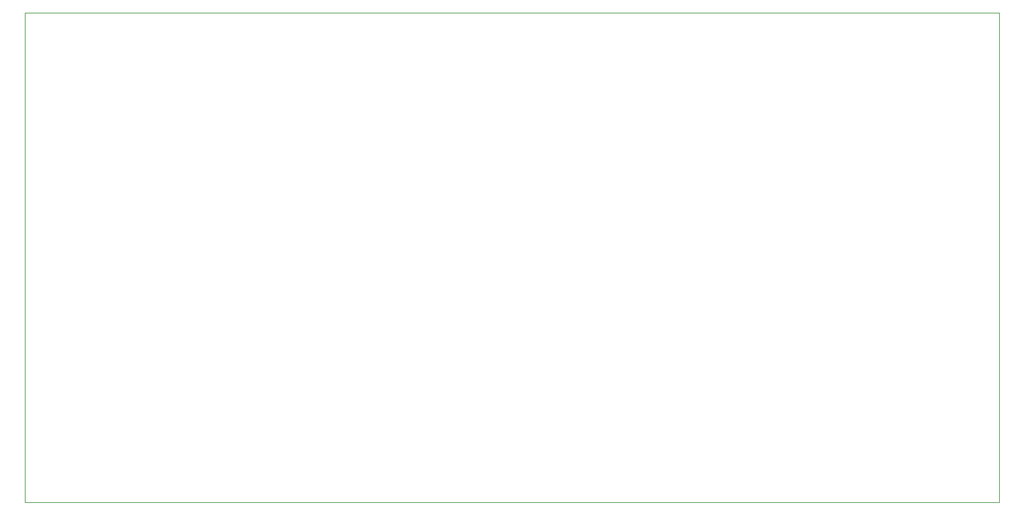
<source format=gbr>
%TF.GenerationSoftware,KiCad,Pcbnew,7.0.9*%
%TF.CreationDate,2024-02-13T17:02:04-03:00*%
%TF.ProjectId,pedido_casamento_smd,70656469-646f-45f6-9361-73616d656e74,rev?*%
%TF.SameCoordinates,Original*%
%TF.FileFunction,Profile,NP*%
%FSLAX46Y46*%
G04 Gerber Fmt 4.6, Leading zero omitted, Abs format (unit mm)*
G04 Created by KiCad (PCBNEW 7.0.9) date 2024-02-13 17:02:04*
%MOMM*%
%LPD*%
G01*
G04 APERTURE LIST*
%TA.AperFunction,Profile*%
%ADD10C,0.100000*%
%TD*%
G04 APERTURE END LIST*
D10*
X101473000Y-96240600D02*
X230784400Y-96240600D01*
X230784400Y-161281000D01*
X101473000Y-161281000D01*
X101473000Y-96240600D01*
M02*

</source>
